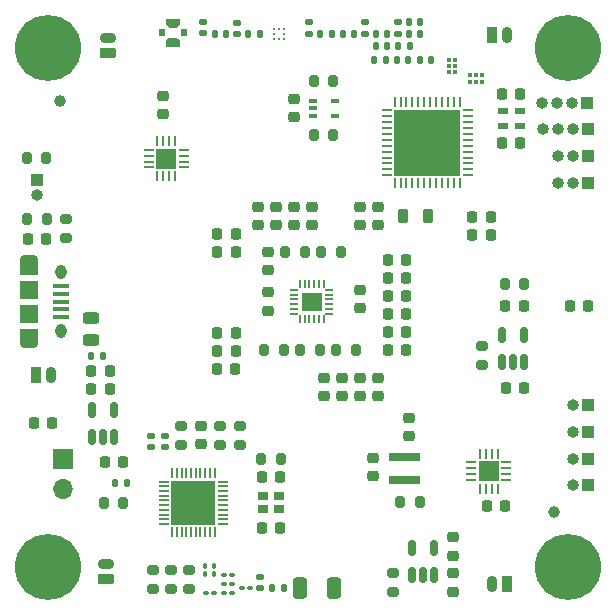
<source format=gbs>
G04 #@! TF.GenerationSoftware,KiCad,Pcbnew,8.0.0*
G04 #@! TF.CreationDate,2024-03-25T07:30:18-04:00*
G04 #@! TF.ProjectId,_Sub_HW_Qcopter,5f537562-5f48-4575-9f51-636f70746572,rev?*
G04 #@! TF.SameCoordinates,PX9157080PYf23bb80*
G04 #@! TF.FileFunction,Soldermask,Bot*
G04 #@! TF.FilePolarity,Negative*
%FSLAX46Y46*%
G04 Gerber Fmt 4.6, Leading zero omitted, Abs format (unit mm)*
G04 Created by KiCad (PCBNEW 8.0.0) date 2024-03-25 07:30:18*
%MOMM*%
%LPD*%
G01*
G04 APERTURE LIST*
G04 Aperture macros list*
%AMRoundRect*
0 Rectangle with rounded corners*
0 $1 Rounding radius*
0 $2 $3 $4 $5 $6 $7 $8 $9 X,Y pos of 4 corners*
0 Add a 4 corners polygon primitive as box body*
4,1,4,$2,$3,$4,$5,$6,$7,$8,$9,$2,$3,0*
0 Add four circle primitives for the rounded corners*
1,1,$1+$1,$2,$3*
1,1,$1+$1,$4,$5*
1,1,$1+$1,$6,$7*
1,1,$1+$1,$8,$9*
0 Add four rect primitives between the rounded corners*
20,1,$1+$1,$2,$3,$4,$5,0*
20,1,$1+$1,$4,$5,$6,$7,0*
20,1,$1+$1,$6,$7,$8,$9,0*
20,1,$1+$1,$8,$9,$2,$3,0*%
%AMFreePoly0*
4,1,14,0.363284,0.088284,0.375000,0.060000,0.375000,0.036569,0.363284,0.008285,0.266715,-0.088284,0.238431,-0.100000,-0.335000,-0.100000,-0.363284,-0.088284,-0.375000,-0.060000,-0.375000,0.060000,-0.363284,0.088284,-0.335000,0.100000,0.335000,0.100000,0.363284,0.088284,0.363284,0.088284,$1*%
%AMFreePoly1*
4,1,14,0.266715,0.088284,0.363284,-0.008285,0.375000,-0.036569,0.375000,-0.060000,0.363284,-0.088284,0.335000,-0.100000,-0.335000,-0.100000,-0.363284,-0.088284,-0.375000,-0.060000,-0.375000,0.060000,-0.363284,0.088284,-0.335000,0.100000,0.238431,0.100000,0.266715,0.088284,0.266715,0.088284,$1*%
%AMFreePoly2*
4,1,14,0.088284,0.363284,0.100000,0.335000,0.100000,-0.335000,0.088284,-0.363284,0.060000,-0.375000,0.036569,-0.375000,0.008285,-0.363284,-0.088284,-0.266715,-0.100000,-0.238431,-0.100000,0.335000,-0.088284,0.363284,-0.060000,0.375000,0.060000,0.375000,0.088284,0.363284,0.088284,0.363284,$1*%
%AMFreePoly3*
4,1,14,0.088284,0.363284,0.100000,0.335000,0.100000,-0.238431,0.088284,-0.266715,-0.008285,-0.363284,-0.036569,-0.375000,-0.060000,-0.375000,-0.088284,-0.363284,-0.100000,-0.335000,-0.100000,0.335000,-0.088284,0.363284,-0.060000,0.375000,0.060000,0.375000,0.088284,0.363284,0.088284,0.363284,$1*%
%AMFreePoly4*
4,1,14,0.363284,0.088284,0.375000,0.060000,0.375000,-0.060000,0.363284,-0.088284,0.335000,-0.100000,-0.335000,-0.100000,-0.363284,-0.088284,-0.375000,-0.060000,-0.375000,-0.036569,-0.363284,-0.008285,-0.266715,0.088284,-0.238431,0.100000,0.335000,0.100000,0.363284,0.088284,0.363284,0.088284,$1*%
%AMFreePoly5*
4,1,14,0.363284,0.088284,0.375000,0.060000,0.375000,-0.060000,0.363284,-0.088284,0.335000,-0.100000,-0.238431,-0.100000,-0.266715,-0.088284,-0.363284,0.008285,-0.375000,0.036569,-0.375000,0.060000,-0.363284,0.088284,-0.335000,0.100000,0.335000,0.100000,0.363284,0.088284,0.363284,0.088284,$1*%
%AMFreePoly6*
4,1,14,-0.008285,0.363284,0.088284,0.266715,0.100000,0.238431,0.100000,-0.335000,0.088284,-0.363284,0.060000,-0.375000,-0.060000,-0.375000,-0.088284,-0.363284,-0.100000,-0.335000,-0.100000,0.335000,-0.088284,0.363284,-0.060000,0.375000,-0.036569,0.375000,-0.008285,0.363284,-0.008285,0.363284,$1*%
%AMFreePoly7*
4,1,14,0.088284,0.363284,0.100000,0.335000,0.100000,-0.335000,0.088284,-0.363284,0.060000,-0.375000,-0.060000,-0.375000,-0.088284,-0.363284,-0.100000,-0.335000,-0.100000,0.238431,-0.088284,0.266715,0.008285,0.363284,0.036569,0.375000,0.060000,0.375000,0.088284,0.363284,0.088284,0.363284,$1*%
G04 Aperture macros list end*
%ADD10C,0.010000*%
%ADD11R,1.000000X1.000000*%
%ADD12O,1.000000X1.000000*%
%ADD13C,3.600000*%
%ADD14C,5.600000*%
%ADD15RoundRect,0.200000X0.275000X-0.200000X0.275000X0.200000X-0.275000X0.200000X-0.275000X-0.200000X0*%
%ADD16RoundRect,0.225000X0.250000X-0.225000X0.250000X0.225000X-0.250000X0.225000X-0.250000X-0.225000X0*%
%ADD17RoundRect,0.225000X0.225000X0.250000X-0.225000X0.250000X-0.225000X-0.250000X0.225000X-0.250000X0*%
%ADD18RoundRect,0.225000X-0.225000X-0.250000X0.225000X-0.250000X0.225000X0.250000X-0.225000X0.250000X0*%
%ADD19RoundRect,0.225000X-0.225000X-0.475000X0.225000X-0.475000X0.225000X0.475000X-0.225000X0.475000X0*%
%ADD20O,0.900000X1.400000*%
%ADD21RoundRect,0.147500X0.147500X0.172500X-0.147500X0.172500X-0.147500X-0.172500X0.147500X-0.172500X0*%
%ADD22RoundRect,0.225000X0.225000X0.475000X-0.225000X0.475000X-0.225000X-0.475000X0.225000X-0.475000X0*%
%ADD23RoundRect,0.225000X0.475000X-0.225000X0.475000X0.225000X-0.475000X0.225000X-0.475000X-0.225000X0*%
%ADD24O,1.400000X0.900000*%
%ADD25RoundRect,0.100000X-0.225000X-0.100000X0.225000X-0.100000X0.225000X0.100000X-0.225000X0.100000X0*%
%ADD26RoundRect,0.140000X0.170000X-0.140000X0.170000X0.140000X-0.170000X0.140000X-0.170000X-0.140000X0*%
%ADD27RoundRect,0.024800X0.130200X-0.165200X0.130200X0.165200X-0.130200X0.165200X-0.130200X-0.165200X0*%
%ADD28C,1.000000*%
%ADD29RoundRect,0.200000X0.200000X0.275000X-0.200000X0.275000X-0.200000X-0.275000X0.200000X-0.275000X0*%
%ADD30RoundRect,0.062500X-0.325000X-0.062500X0.325000X-0.062500X0.325000X0.062500X-0.325000X0.062500X0*%
%ADD31RoundRect,0.062500X-0.062500X-0.325000X0.062500X-0.325000X0.062500X0.325000X-0.062500X0.325000X0*%
%ADD32R,1.750000X1.750000*%
%ADD33RoundRect,0.062500X0.325000X0.062500X-0.325000X0.062500X-0.325000X-0.062500X0.325000X-0.062500X0*%
%ADD34RoundRect,0.062500X0.062500X0.325000X-0.062500X0.325000X-0.062500X-0.325000X0.062500X-0.325000X0*%
%ADD35RoundRect,0.218750X-0.218750X-0.381250X0.218750X-0.381250X0.218750X0.381250X-0.218750X0.381250X0*%
%ADD36RoundRect,0.147500X-0.147500X-0.172500X0.147500X-0.172500X0.147500X0.172500X-0.147500X0.172500X0*%
%ADD37RoundRect,0.225000X-0.250000X0.225000X-0.250000X-0.225000X0.250000X-0.225000X0.250000X0.225000X0*%
%ADD38RoundRect,0.140000X-0.140000X-0.170000X0.140000X-0.170000X0.140000X0.170000X-0.140000X0.170000X0*%
%ADD39RoundRect,0.243750X-0.456250X0.243750X-0.456250X-0.243750X0.456250X-0.243750X0.456250X0.243750X0*%
%ADD40RoundRect,0.140000X0.140000X0.170000X-0.140000X0.170000X-0.140000X-0.170000X0.140000X-0.170000X0*%
%ADD41RoundRect,0.039240X-0.287760X0.307760X-0.287760X-0.307760X0.287760X-0.307760X0.287760X0.307760X0*%
%ADD42RoundRect,0.062500X-0.375000X-0.062500X0.375000X-0.062500X0.375000X0.062500X-0.375000X0.062500X0*%
%ADD43RoundRect,0.062500X-0.062500X-0.375000X0.062500X-0.375000X0.062500X0.375000X-0.062500X0.375000X0*%
%ADD44R,5.600000X5.600000*%
%ADD45RoundRect,0.200000X-0.200000X-0.275000X0.200000X-0.275000X0.200000X0.275000X-0.200000X0.275000X0*%
%ADD46RoundRect,0.100000X-0.130000X-0.100000X0.130000X-0.100000X0.130000X0.100000X-0.130000X0.100000X0*%
%ADD47R,0.900000X0.800000*%
%ADD48RoundRect,0.150000X0.150000X-0.512500X0.150000X0.512500X-0.150000X0.512500X-0.150000X-0.512500X0*%
%ADD49RoundRect,0.050000X0.050000X-0.337500X0.050000X0.337500X-0.050000X0.337500X-0.050000X-0.337500X0*%
%ADD50RoundRect,0.050000X0.337500X-0.050000X0.337500X0.050000X-0.337500X0.050000X-0.337500X-0.050000X0*%
%ADD51R,3.800000X3.800000*%
%ADD52RoundRect,0.147500X0.172500X-0.147500X0.172500X0.147500X-0.172500X0.147500X-0.172500X-0.147500X0*%
%ADD53RoundRect,0.250000X-0.350000X-0.650000X0.350000X-0.650000X0.350000X0.650000X-0.350000X0.650000X0*%
%ADD54RoundRect,0.200000X-0.275000X0.200000X-0.275000X-0.200000X0.275000X-0.200000X0.275000X0.200000X0*%
%ADD55RoundRect,0.147500X-0.172500X0.147500X-0.172500X-0.147500X0.172500X-0.147500X0.172500X0.147500X0*%
%ADD56FreePoly0,0.000000*%
%ADD57RoundRect,0.050000X-0.325000X-0.050000X0.325000X-0.050000X0.325000X0.050000X-0.325000X0.050000X0*%
%ADD58FreePoly1,0.000000*%
%ADD59FreePoly2,0.000000*%
%ADD60RoundRect,0.050000X-0.050000X-0.325000X0.050000X-0.325000X0.050000X0.325000X-0.050000X0.325000X0*%
%ADD61FreePoly3,0.000000*%
%ADD62FreePoly4,0.000000*%
%ADD63FreePoly5,0.000000*%
%ADD64FreePoly6,0.000000*%
%ADD65FreePoly7,0.000000*%
%ADD66R,1.750000X1.600000*%
%ADD67RoundRect,0.100000X0.130000X0.100000X-0.130000X0.100000X-0.130000X-0.100000X0.130000X-0.100000X0*%
%ADD68RoundRect,0.100000X0.100000X-0.130000X0.100000X0.130000X-0.100000X0.130000X-0.100000X-0.130000X0*%
%ADD69R,1.350000X0.400000*%
%ADD70O,1.550000X0.890000*%
%ADD71R,1.550000X1.200000*%
%ADD72O,0.950000X1.250000*%
%ADD73R,1.550000X1.500000*%
%ADD74RoundRect,0.100000X-0.100000X0.130000X-0.100000X-0.130000X0.100000X-0.130000X0.100000X0.130000X0*%
%ADD75R,1.700000X1.700000*%
%ADD76O,1.700000X1.700000*%
%ADD77RoundRect,0.135000X0.135000X0.185000X-0.135000X0.185000X-0.135000X-0.185000X0.135000X-0.185000X0*%
%ADD78RoundRect,0.024800X0.165200X0.130200X-0.165200X0.130200X-0.165200X-0.130200X0.165200X-0.130200X0*%
%ADD79R,0.863600X0.609600*%
%ADD80R,0.254000X0.254000*%
G04 APERTURE END LIST*
D10*
X12862000Y48086200D02*
X12462000Y48086200D01*
X12462000Y48586200D01*
X12862000Y48586200D01*
X12862000Y48086200D01*
G36*
X12862000Y48086200D02*
G01*
X12462000Y48086200D01*
X12462000Y48586200D01*
X12862000Y48586200D01*
X12862000Y48086200D01*
G37*
X14762000Y48086200D02*
X14362000Y48086200D01*
X14362000Y48586200D01*
X14762000Y48586200D01*
X14762000Y48086200D01*
G36*
X14762000Y48086200D02*
G01*
X14362000Y48086200D01*
X14362000Y48586200D01*
X14762000Y48586200D01*
X14762000Y48086200D01*
G37*
X14162000Y49016200D02*
X13932000Y48786200D01*
X13292000Y48786200D01*
X13062000Y49016200D01*
X13062000Y49486200D01*
X14162000Y49486200D01*
X14162000Y49016200D01*
G36*
X14162000Y49016200D02*
G01*
X13932000Y48786200D01*
X13292000Y48786200D01*
X13062000Y49016200D01*
X13062000Y49486200D01*
X14162000Y49486200D01*
X14162000Y49016200D01*
G37*
X14162000Y47656200D02*
X14162000Y47186200D01*
X13062000Y47186200D01*
X13062000Y47656200D01*
X13292000Y47886200D01*
X13932000Y47886200D01*
X14162000Y47656200D01*
G36*
X14162000Y47656200D02*
G01*
X14162000Y47186200D01*
X13062000Y47186200D01*
X13062000Y47656200D01*
X13292000Y47886200D01*
X13932000Y47886200D01*
X14162000Y47656200D01*
G37*
D11*
X48783000Y16764000D03*
D12*
X47512999Y16764000D03*
D13*
X47066200Y3048000D03*
D14*
X47066200Y3048000D03*
D11*
X48783000Y10033000D03*
D12*
X47512999Y10033000D03*
D11*
X48773001Y35560000D03*
D12*
X47503000Y35560000D03*
X46233001Y35560000D03*
D13*
X47066200Y47040800D03*
D14*
X47066200Y47040800D03*
D11*
X48783000Y14478000D03*
D12*
X47512999Y14478000D03*
D11*
X48742600Y42341800D03*
D12*
X47472599Y42341800D03*
X46202600Y42341800D03*
X44932600Y42341800D03*
D13*
X3048000Y47040800D03*
D14*
X3048000Y47040800D03*
D11*
X48783000Y12192000D03*
D12*
X47512999Y12192000D03*
D11*
X48763000Y40132000D03*
D12*
X47492999Y40132000D03*
X46223000Y40132000D03*
X44953000Y40132000D03*
D11*
X48768001Y37846000D03*
D12*
X47498000Y37846000D03*
X46228001Y37846000D03*
D13*
X3048000Y3048000D03*
D14*
X3048000Y3048000D03*
D15*
X14351000Y13399000D03*
X14351000Y15049000D03*
X17653000Y13399000D03*
X17653000Y15049000D03*
D16*
X30988000Y31991000D03*
X30988000Y33541000D03*
D17*
X18949000Y31242000D03*
X17399000Y31242000D03*
D18*
X47256400Y25146000D03*
X48806400Y25146000D03*
D16*
X23876000Y41135000D03*
X23876000Y42685000D03*
D19*
X40660001Y48133000D03*
D20*
X41910000Y48133000D03*
D21*
X31775200Y47193200D03*
X30805200Y47193200D03*
D22*
X41900000Y1659000D03*
D20*
X40650001Y1659000D03*
D23*
X8009000Y2042000D03*
D24*
X8009000Y3292000D03*
D25*
X25466000Y41260000D03*
X25466001Y41910000D03*
X25466000Y42560000D03*
X27366000Y42560000D03*
X27366000Y41260000D03*
D21*
X9733000Y10160000D03*
X8763000Y10160000D03*
X18138000Y48227468D03*
X17168000Y48227468D03*
D26*
X29893200Y48237200D03*
X29893200Y49197200D03*
D27*
X39793800Y44170599D03*
X39293800Y44170600D03*
X38793800Y44170599D03*
X38793800Y44700600D03*
X39293800Y44700599D03*
X39793800Y44700600D03*
D28*
X45948600Y7696200D03*
D29*
X29146000Y21463000D03*
X27496000Y21463000D03*
D26*
X16219116Y48255468D03*
X16219116Y49215468D03*
D18*
X31864000Y26035000D03*
X33414000Y26035000D03*
D17*
X43345001Y25146000D03*
X41795001Y25146000D03*
X9461800Y11938000D03*
X7911800Y11938000D03*
D29*
X24828000Y29718000D03*
X23178000Y29718000D03*
D30*
X38923500Y10426000D03*
X38923500Y10926000D03*
X38923500Y11426000D03*
X38923500Y11926000D03*
D31*
X39636000Y12638500D03*
X40136000Y12638500D03*
X40636000Y12638500D03*
X41136000Y12638500D03*
D30*
X41848500Y11926000D03*
X41848500Y11426000D03*
X41848500Y10926000D03*
X41848500Y10426000D03*
D31*
X41136000Y9713500D03*
X40636000Y9713500D03*
X40136000Y9713500D03*
X39636000Y9713500D03*
D32*
X40386000Y11176000D03*
D15*
X13462000Y1207000D03*
X13462000Y2857000D03*
D33*
X14547500Y38403500D03*
X14547500Y37903500D03*
X14547500Y37403500D03*
X14547500Y36903500D03*
D34*
X13835000Y36191000D03*
X13335000Y36191000D03*
X12835000Y36191000D03*
X12335000Y36191000D03*
D33*
X11622500Y36903500D03*
X11622500Y37403500D03*
X11622500Y37903500D03*
X11622500Y38403500D03*
D34*
X12335000Y39116000D03*
X12835000Y39116000D03*
X13335000Y39116000D03*
X13835000Y39116000D03*
D32*
X13085000Y37653500D03*
D35*
X33100500Y32766000D03*
X35225500Y32766000D03*
D36*
X32591000Y45974000D03*
X33561000Y45974000D03*
D29*
X34551000Y8590000D03*
X32901000Y8590000D03*
D17*
X2934000Y30861000D03*
X1384000Y30861000D03*
D37*
X21717000Y26327400D03*
X21717000Y24777400D03*
D26*
X19100800Y48211800D03*
X19100800Y49171800D03*
D38*
X34572000Y45974000D03*
X35532000Y45974000D03*
D17*
X18949000Y29718000D03*
X17399000Y29718000D03*
D16*
X25400000Y31991000D03*
X25400000Y33541000D03*
D18*
X31851000Y22987000D03*
X33401000Y22987000D03*
D37*
X29464000Y26556000D03*
X29464000Y25006000D03*
D36*
X6731000Y20955000D03*
X7701000Y20955000D03*
D29*
X27241000Y44196000D03*
X25591000Y44196000D03*
D18*
X40246000Y8255000D03*
X41796000Y8255000D03*
D26*
X25194200Y48237200D03*
X25194200Y49197200D03*
D23*
X8136000Y46619000D03*
D24*
X8136000Y47869000D03*
D37*
X26416000Y19063000D03*
X26416000Y17513000D03*
D18*
X31851000Y24511000D03*
X33401000Y24511000D03*
D16*
X20888000Y32004000D03*
X20888000Y33554000D03*
D39*
X6731000Y24178501D03*
X6731000Y22303499D03*
D40*
X31770200Y48209200D03*
X30810200Y48209200D03*
X34566800Y49174400D03*
X33606800Y49174400D03*
X28976200Y48209200D03*
X28016200Y48209200D03*
D41*
X32298999Y10460000D03*
X32949000Y10460000D03*
X33599000Y10460000D03*
X34249001Y10460000D03*
X34249001Y12400000D03*
X33599000Y12400000D03*
X32949000Y12400000D03*
X32298999Y12400000D03*
D42*
X31734000Y36239000D03*
X31734000Y36739000D03*
X31734000Y37239001D03*
X31734000Y37739000D03*
X31734000Y38238999D03*
X31734000Y38739000D03*
X31734000Y39239000D03*
X31734000Y39739001D03*
X31734000Y40239000D03*
X31734000Y40738999D03*
X31734000Y41239000D03*
X31734000Y41739000D03*
D43*
X32421500Y42426500D03*
X32921500Y42426500D03*
X33421501Y42426500D03*
X33921500Y42426500D03*
X34421499Y42426500D03*
X34921500Y42426500D03*
X35421500Y42426500D03*
X35921501Y42426500D03*
X36421500Y42426500D03*
X36921499Y42426500D03*
X37421500Y42426500D03*
X37921500Y42426500D03*
D42*
X38609000Y41739000D03*
X38609000Y41239000D03*
X38609000Y40738999D03*
X38609000Y40239000D03*
X38609000Y39739001D03*
X38609000Y39239000D03*
X38609000Y38739000D03*
X38609000Y38238999D03*
X38609000Y37739000D03*
X38609000Y37239001D03*
X38609000Y36739000D03*
X38609000Y36239000D03*
D43*
X37921500Y35551500D03*
X37421500Y35551500D03*
X36921499Y35551500D03*
X36421500Y35551500D03*
X35921501Y35551500D03*
X35421500Y35551500D03*
X34921500Y35551500D03*
X34421499Y35551500D03*
X33921500Y35551500D03*
X33421501Y35551500D03*
X32921500Y35551500D03*
X32421500Y35551500D03*
D44*
X35171500Y38989000D03*
D45*
X1334000Y32512000D03*
X2984000Y32512000D03*
D18*
X41516000Y38989000D03*
X43066000Y38989000D03*
D17*
X18949000Y22860000D03*
X17399000Y22860000D03*
D46*
X16444000Y889000D03*
X17084000Y889000D03*
D21*
X27076200Y48209200D03*
X26106200Y48209200D03*
D16*
X12827000Y41389000D03*
X12827000Y42939000D03*
D17*
X18949000Y21336000D03*
X17399000Y21336000D03*
D15*
X14986000Y1207000D03*
X14986000Y2857000D03*
D18*
X31851000Y21463000D03*
X33401000Y21463000D03*
D47*
X22671000Y7959000D03*
X21271000Y7959000D03*
X21271000Y9059000D03*
X22671000Y9059000D03*
D15*
X39817000Y20135500D03*
X39817000Y21785500D03*
D18*
X31864000Y29083000D03*
X33414000Y29083000D03*
D46*
X17968000Y2413000D03*
X18608000Y2413000D03*
D48*
X35747999Y2418500D03*
X34798000Y2418500D03*
X33848001Y2418500D03*
X33848001Y4693500D03*
X35747999Y4693500D03*
D49*
X17174000Y6014500D03*
X16774000Y6014500D03*
X16374000Y6014500D03*
X15974000Y6014500D03*
X15574000Y6014500D03*
X15174000Y6014500D03*
X14774000Y6014500D03*
X14374000Y6014500D03*
X13974000Y6014500D03*
X13574000Y6014500D03*
D50*
X12886500Y6702001D03*
X12886500Y7102000D03*
X12886500Y7502000D03*
X12886500Y7902000D03*
X12886501Y8302000D03*
X12886500Y8702000D03*
X12886500Y9102000D03*
X12886500Y9502001D03*
X12886500Y9902000D03*
X12886500Y10302000D03*
D49*
X13574000Y10989500D03*
X13974000Y10989500D03*
X14373999Y10989500D03*
X14774000Y10989500D03*
X15174000Y10989500D03*
X15574000Y10989499D03*
X15974000Y10989500D03*
X16374000Y10989500D03*
X16774000Y10989500D03*
X17173999Y10989500D03*
D50*
X17861500Y10302000D03*
X17861500Y9902000D03*
X17861500Y9502000D03*
X17861500Y9102000D03*
X17861500Y8702000D03*
X17861500Y8302000D03*
X17861500Y7902000D03*
X17861500Y7502000D03*
X17861500Y7102000D03*
X17861500Y6702000D03*
D51*
X15374000Y8502000D03*
D18*
X39001400Y32740600D03*
X40551400Y32740600D03*
D52*
X12954000Y13231000D03*
X12954000Y14201000D03*
D53*
X24407200Y1275077D03*
X27307200Y1275077D03*
D29*
X26098000Y21463000D03*
X24448000Y21463000D03*
D54*
X4572000Y32575000D03*
X4572000Y30925000D03*
D17*
X18936000Y19812000D03*
X17386000Y19812000D03*
D40*
X21000768Y48211800D03*
X20040768Y48211800D03*
D48*
X8671371Y14102500D03*
X7721372Y14102500D03*
X6771373Y14102500D03*
X6771373Y16377500D03*
X8671371Y16377500D03*
D16*
X22352000Y32004000D03*
X22352000Y33554000D03*
D17*
X3442000Y15240000D03*
X1892000Y15240000D03*
D28*
X4089400Y42519600D03*
D40*
X31651000Y45974000D03*
X30691000Y45974000D03*
D18*
X21196000Y10668000D03*
X22746000Y10668000D03*
D45*
X21400000Y21463000D03*
X23050000Y21463000D03*
D18*
X31864000Y27559000D03*
X33414000Y27559000D03*
D45*
X7811000Y8509000D03*
X9461000Y8509000D03*
D37*
X29464000Y19076000D03*
X29464000Y17526000D03*
D11*
X2159000Y35829001D03*
D12*
X2159000Y34559000D03*
D55*
X11811000Y14201000D03*
X11811000Y13231000D03*
D56*
X23900000Y24527000D03*
D57*
X23900000Y24927000D03*
X23900000Y25327000D03*
X23900000Y25727000D03*
X23900000Y26127000D03*
D58*
X23900000Y26527000D03*
D59*
X24400000Y27027000D03*
D60*
X24800000Y27027000D03*
X25200000Y27027000D03*
X25600000Y27027000D03*
X26000000Y27027000D03*
D61*
X26400000Y27027000D03*
D62*
X26900000Y26527000D03*
D57*
X26900000Y26127000D03*
X26900000Y25727000D03*
X26900000Y25327000D03*
X26900000Y24927000D03*
D63*
X26900000Y24527000D03*
D64*
X26400000Y24027000D03*
D60*
X26000000Y24027000D03*
X25600000Y24027000D03*
X25200000Y24027000D03*
X24800000Y24027000D03*
D65*
X24400000Y24027000D03*
D66*
X25400000Y25527000D03*
D67*
X18608000Y889000D03*
X17968000Y889000D03*
D29*
X27241000Y39624000D03*
X25591000Y39624000D03*
D16*
X16002000Y13449000D03*
X16002000Y14999000D03*
D29*
X43395001Y27000200D03*
X41745001Y27000200D03*
D68*
X16383000Y2474000D03*
X16383000Y3114000D03*
D37*
X30988000Y19076000D03*
X30988000Y17526000D03*
D16*
X29464000Y31991000D03*
X29464000Y33541000D03*
D19*
X2042000Y19296000D03*
D20*
X3291999Y19296000D03*
D37*
X30551000Y12286000D03*
X30551000Y10736000D03*
D15*
X19304000Y13399000D03*
X19304000Y15049000D03*
D54*
X32258000Y2603000D03*
X32258000Y953000D03*
D69*
X4194000Y24227000D03*
X4194000Y24877000D03*
X4193999Y25527000D03*
X4194000Y26177000D03*
X4194000Y26827000D03*
D70*
X1494000Y22027000D03*
D71*
X1494000Y22627000D03*
D72*
X4194000Y23027001D03*
D73*
X1494000Y24527000D03*
X1494000Y26527000D03*
D72*
X4194000Y28026999D03*
D71*
X1494000Y28427000D03*
D70*
X1494000Y29027000D03*
D29*
X2933200Y37719000D03*
X1283200Y37719000D03*
D15*
X11938000Y1207000D03*
X11938000Y2857000D03*
D21*
X23014800Y1270000D03*
X22044800Y1270000D03*
D16*
X23876000Y31991000D03*
X23876000Y33541000D03*
D17*
X43066000Y43129200D03*
X41516000Y43129200D03*
D46*
X17968000Y1651000D03*
X18608000Y1651000D03*
D29*
X22796000Y12192000D03*
X21146000Y12192000D03*
D74*
X17145000Y3114000D03*
X17145000Y2474000D03*
D75*
X4375000Y12197000D03*
D76*
X4375000Y9657000D03*
D77*
X33733200Y47193200D03*
X32713200Y47193200D03*
D21*
X34571800Y48209200D03*
X33601800Y48209200D03*
D29*
X27876000Y29718000D03*
X26226000Y29718000D03*
D78*
X37566601Y45991400D03*
X37566600Y45491400D03*
X37566601Y44991400D03*
X37036600Y44991400D03*
X37036601Y45491400D03*
X37036600Y45991400D03*
D37*
X27940000Y19063000D03*
X27940000Y17513000D03*
D46*
X19492000Y1270000D03*
X20132000Y1270000D03*
D16*
X33599000Y14165000D03*
X33599000Y15715000D03*
D79*
X43014901Y41721400D03*
X43014901Y40371400D03*
X41567099Y40371400D03*
X41567099Y41721400D03*
D16*
X21717000Y28181000D03*
X21717000Y29731000D03*
D26*
X32664200Y48237200D03*
X32664200Y49197200D03*
D80*
X23025100Y48609199D03*
X23025100Y48209200D03*
X23025100Y47809201D03*
X22631400Y47815500D03*
X22237700Y47809201D03*
X22237700Y48209200D03*
X22237700Y48609199D03*
X22631400Y48602900D03*
D52*
X21056600Y1267600D03*
X21056600Y2237600D03*
D37*
X37338000Y2527600D03*
X37338000Y977600D03*
D18*
X21196000Y6350000D03*
X22746000Y6350000D03*
D17*
X43386000Y18237200D03*
X41836000Y18237200D03*
D37*
X37338000Y5575600D03*
X37338000Y4025600D03*
D48*
X43367999Y20452500D03*
X42418000Y20452500D03*
X41468001Y20452500D03*
X41468001Y22727500D03*
X43367999Y22727500D03*
D18*
X39001400Y31216600D03*
X40551400Y31216600D03*
X6731000Y18161000D03*
X8281000Y18161000D03*
X6731000Y19685000D03*
X8281000Y19685000D03*
M02*

</source>
